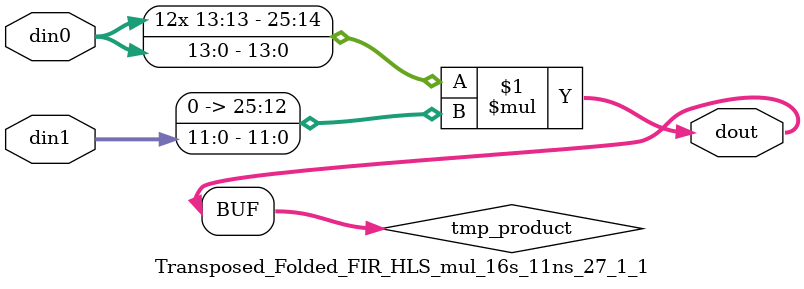
<source format=v>

`timescale 1 ns / 1 ps

 module Transposed_Folded_FIR_HLS_mul_16s_11ns_27_1_1(din0, din1, dout);
parameter ID = 1;
parameter NUM_STAGE = 0;
parameter din0_WIDTH = 14;
parameter din1_WIDTH = 12;
parameter dout_WIDTH = 26;

input [din0_WIDTH - 1 : 0] din0; 
input [din1_WIDTH - 1 : 0] din1; 
output [dout_WIDTH - 1 : 0] dout;

wire signed [dout_WIDTH - 1 : 0] tmp_product;


























assign tmp_product = $signed(din0) * $signed({1'b0, din1});









assign dout = tmp_product;





















endmodule

</source>
